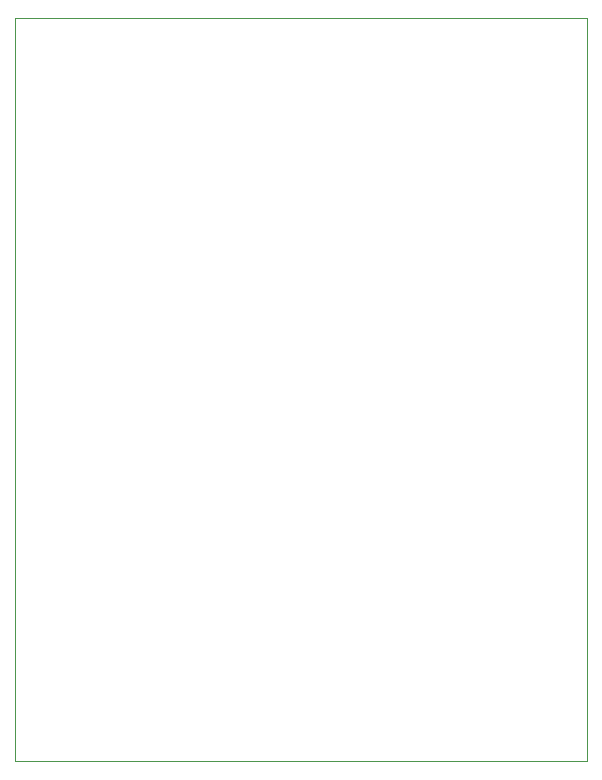
<source format=gbr>
G04 #@! TF.GenerationSoftware,KiCad,Pcbnew,(5.1.5)-3*
G04 #@! TF.CreationDate,2020-05-10T15:52:49-07:00*
G04 #@! TF.ProjectId,april_proj,61707269-6c5f-4707-926f-6a2e6b696361,rev?*
G04 #@! TF.SameCoordinates,Original*
G04 #@! TF.FileFunction,Profile,NP*
%FSLAX46Y46*%
G04 Gerber Fmt 4.6, Leading zero omitted, Abs format (unit mm)*
G04 Created by KiCad (PCBNEW (5.1.5)-3) date 2020-05-10 15:52:49*
%MOMM*%
%LPD*%
G04 APERTURE LIST*
%ADD10C,0.050000*%
G04 APERTURE END LIST*
D10*
X78500000Y-83400000D02*
X78500000Y-20500000D01*
X30000000Y-83400000D02*
X78500000Y-83400000D01*
X30000000Y-20500000D02*
X30000000Y-83400000D01*
X30000000Y-20500000D02*
X78500000Y-20500000D01*
M02*

</source>
